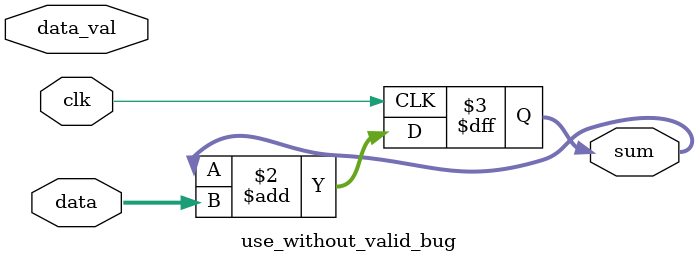
<source format=v>
module use_without_valid_bug (
    input             clk,
    input   [31:0]    data,
    input             data_val,
    output reg [31:0] sum,
);

    always @(posedge clk) begin
        sum <= sum + data;
    end
endmodule
</source>
